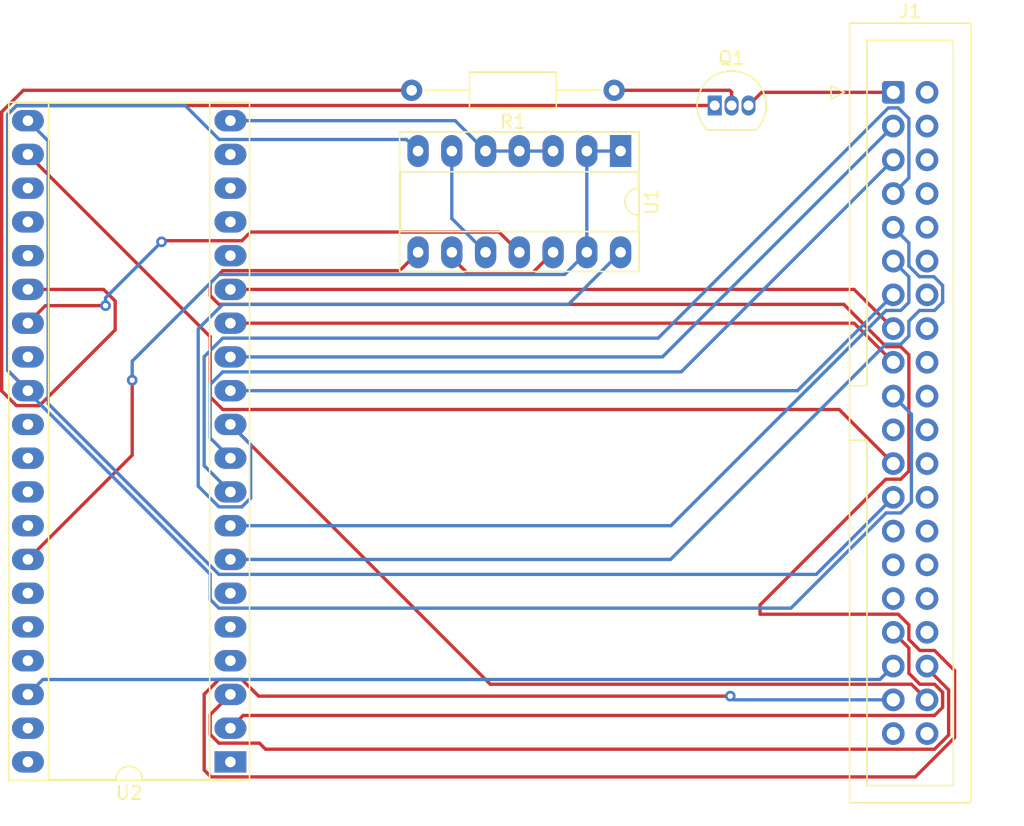
<source format=kicad_pcb>
(kicad_pcb (version 20171130) (host pcbnew 5.1.8)

  (general
    (thickness 1.6)
    (drawings 0)
    (tracks 183)
    (zones 0)
    (modules 5)
    (nets 25)
  )

  (page A4)
  (layers
    (0 F.Cu signal)
    (31 B.Cu signal)
    (32 B.Adhes user)
    (33 F.Adhes user)
    (34 B.Paste user)
    (35 F.Paste user)
    (36 B.SilkS user)
    (37 F.SilkS user)
    (38 B.Mask user)
    (39 F.Mask user)
    (40 Dwgs.User user)
    (41 Cmts.User user)
    (42 Eco1.User user)
    (43 Eco2.User user)
    (44 Edge.Cuts user)
    (45 Margin user)
    (46 B.CrtYd user)
    (47 F.CrtYd user)
    (48 B.Fab user)
    (49 F.Fab user)
  )

  (setup
    (last_trace_width 0.25)
    (trace_clearance 0.2)
    (zone_clearance 0.508)
    (zone_45_only no)
    (trace_min 0.2)
    (via_size 0.8)
    (via_drill 0.4)
    (via_min_size 0.4)
    (via_min_drill 0.3)
    (uvia_size 0.3)
    (uvia_drill 0.1)
    (uvias_allowed no)
    (uvia_min_size 0.2)
    (uvia_min_drill 0.1)
    (edge_width 0.05)
    (segment_width 0.2)
    (pcb_text_width 0.3)
    (pcb_text_size 1.5 1.5)
    (mod_edge_width 0.12)
    (mod_text_size 1 1)
    (mod_text_width 0.15)
    (pad_size 1.524 1.524)
    (pad_drill 0.762)
    (pad_to_mask_clearance 0.05)
    (aux_axis_origin 0 0)
    (visible_elements FFFFFF7F)
    (pcbplotparams
      (layerselection 0x010fc_ffffffff)
      (usegerberextensions false)
      (usegerberattributes true)
      (usegerberadvancedattributes true)
      (creategerberjobfile true)
      (excludeedgelayer true)
      (linewidth 0.100000)
      (plotframeref false)
      (viasonmask false)
      (mode 1)
      (useauxorigin false)
      (hpglpennumber 1)
      (hpglpenspeed 20)
      (hpglpendiameter 15.000000)
      (psnegative false)
      (psa4output false)
      (plotreference true)
      (plotvalue true)
      (plotinvisibletext false)
      (padsonsilk false)
      (subtractmaskfromsilk false)
      (outputformat 1)
      (mirror false)
      (drillshape 1)
      (scaleselection 1)
      (outputdirectory ""))
  )

  (net 0 "")
  (net 1 A2)
  (net 2 A1)
  (net 3 D3)
  (net 4 D4)
  (net 5 D5)
  (net 6 D6)
  (net 7 L23)
  (net 8 GND)
  (net 9 "Net-(Q1-Pad2)")
  (net 10 U16)
  (net 11 +5V)
  (net 12 "Net-(U1-Pad10)")
  (net 13 "Net-(U1-Pad12)")
  (net 14 CS0)
  (net 15 RESET)
  (net 16 A0)
  (net 17 IOR)
  (net 18 IOW)
  (net 19 D0)
  (net 20 D1)
  (net 21 D2)
  (net 22 D7)
  (net 23 L19)
  (net 24 U23)

  (net_class Default "This is the default net class."
    (clearance 0.2)
    (trace_width 0.25)
    (via_dia 0.8)
    (via_drill 0.4)
    (uvia_dia 0.3)
    (uvia_drill 0.1)
    (add_net +5V)
    (add_net A0)
    (add_net A1)
    (add_net A2)
    (add_net CS0)
    (add_net D0)
    (add_net D1)
    (add_net D2)
    (add_net D3)
    (add_net D4)
    (add_net D5)
    (add_net D6)
    (add_net D7)
    (add_net GND)
    (add_net IOR)
    (add_net IOW)
    (add_net L19)
    (add_net L23)
    (add_net "Net-(Q1-Pad2)")
    (add_net "Net-(U1-Pad10)")
    (add_net "Net-(U1-Pad12)")
    (add_net RESET)
    (add_net U16)
    (add_net U23)
  )

  (module Connector_IDC:IDC-Header_2x20_P2.54mm_Vertical (layer F.Cu) (tedit 5EAC9A07) (tstamp 5FC1578D)
    (at 143.891 61.1378)
    (descr "Through hole IDC box header, 2x20, 2.54mm pitch, DIN 41651 / IEC 60603-13, double rows, https://docs.google.com/spreadsheets/d/16SsEcesNF15N3Lb4niX7dcUr-NY5_MFPQhobNuNppn4/edit#gid=0")
    (tags "Through hole vertical IDC box header THT 2x20 2.54mm double row")
    (path /5EC0967D)
    (fp_text reference J1 (at 1.27 -6.1) (layer F.SilkS)
      (effects (font (size 1 1) (thickness 0.15)))
    )
    (fp_text value Conn_02x20_Odd_Even (at 1.27 54.36) (layer F.Fab)
      (effects (font (size 1 1) (thickness 0.15)))
    )
    (fp_line (start -3.18 -4.1) (end -2.18 -5.1) (layer F.Fab) (width 0.1))
    (fp_line (start -2.18 -5.1) (end 5.72 -5.1) (layer F.Fab) (width 0.1))
    (fp_line (start 5.72 -5.1) (end 5.72 53.36) (layer F.Fab) (width 0.1))
    (fp_line (start 5.72 53.36) (end -3.18 53.36) (layer F.Fab) (width 0.1))
    (fp_line (start -3.18 53.36) (end -3.18 -4.1) (layer F.Fab) (width 0.1))
    (fp_line (start -3.18 22.08) (end -1.98 22.08) (layer F.Fab) (width 0.1))
    (fp_line (start -1.98 22.08) (end -1.98 -3.91) (layer F.Fab) (width 0.1))
    (fp_line (start -1.98 -3.91) (end 4.52 -3.91) (layer F.Fab) (width 0.1))
    (fp_line (start 4.52 -3.91) (end 4.52 52.17) (layer F.Fab) (width 0.1))
    (fp_line (start 4.52 52.17) (end -1.98 52.17) (layer F.Fab) (width 0.1))
    (fp_line (start -1.98 52.17) (end -1.98 26.18) (layer F.Fab) (width 0.1))
    (fp_line (start -1.98 26.18) (end -1.98 26.18) (layer F.Fab) (width 0.1))
    (fp_line (start -1.98 26.18) (end -3.18 26.18) (layer F.Fab) (width 0.1))
    (fp_line (start -3.29 -5.21) (end 5.83 -5.21) (layer F.SilkS) (width 0.12))
    (fp_line (start 5.83 -5.21) (end 5.83 53.47) (layer F.SilkS) (width 0.12))
    (fp_line (start 5.83 53.47) (end -3.29 53.47) (layer F.SilkS) (width 0.12))
    (fp_line (start -3.29 53.47) (end -3.29 -5.21) (layer F.SilkS) (width 0.12))
    (fp_line (start -3.29 22.08) (end -1.98 22.08) (layer F.SilkS) (width 0.12))
    (fp_line (start -1.98 22.08) (end -1.98 -3.91) (layer F.SilkS) (width 0.12))
    (fp_line (start -1.98 -3.91) (end 4.52 -3.91) (layer F.SilkS) (width 0.12))
    (fp_line (start 4.52 -3.91) (end 4.52 52.17) (layer F.SilkS) (width 0.12))
    (fp_line (start 4.52 52.17) (end -1.98 52.17) (layer F.SilkS) (width 0.12))
    (fp_line (start -1.98 52.17) (end -1.98 26.18) (layer F.SilkS) (width 0.12))
    (fp_line (start -1.98 26.18) (end -1.98 26.18) (layer F.SilkS) (width 0.12))
    (fp_line (start -1.98 26.18) (end -3.29 26.18) (layer F.SilkS) (width 0.12))
    (fp_line (start -3.68 0) (end -4.68 -0.5) (layer F.SilkS) (width 0.12))
    (fp_line (start -4.68 -0.5) (end -4.68 0.5) (layer F.SilkS) (width 0.12))
    (fp_line (start -4.68 0.5) (end -3.68 0) (layer F.SilkS) (width 0.12))
    (fp_line (start -3.68 -5.6) (end -3.68 53.86) (layer F.CrtYd) (width 0.05))
    (fp_line (start -3.68 53.86) (end 6.22 53.86) (layer F.CrtYd) (width 0.05))
    (fp_line (start 6.22 53.86) (end 6.22 -5.6) (layer F.CrtYd) (width 0.05))
    (fp_line (start 6.22 -5.6) (end -3.68 -5.6) (layer F.CrtYd) (width 0.05))
    (fp_text user %R (at 1.27 24.13 90) (layer F.Fab)
      (effects (font (size 1 1) (thickness 0.15)))
    )
    (pad 40 thru_hole circle (at 2.54 48.26) (size 1.7 1.7) (drill 1) (layers *.Cu *.Mask))
    (pad 38 thru_hole circle (at 2.54 45.72) (size 1.7 1.7) (drill 1) (layers *.Cu *.Mask)
      (net 11 +5V))
    (pad 36 thru_hole circle (at 2.54 43.18) (size 1.7 1.7) (drill 1) (layers *.Cu *.Mask)
      (net 1 A2))
    (pad 34 thru_hole circle (at 2.54 40.64) (size 1.7 1.7) (drill 1) (layers *.Cu *.Mask))
    (pad 32 thru_hole circle (at 2.54 38.1) (size 1.7 1.7) (drill 1) (layers *.Cu *.Mask))
    (pad 30 thru_hole circle (at 2.54 35.56) (size 1.7 1.7) (drill 1) (layers *.Cu *.Mask))
    (pad 28 thru_hole circle (at 2.54 33.02) (size 1.7 1.7) (drill 1) (layers *.Cu *.Mask))
    (pad 26 thru_hole circle (at 2.54 30.48) (size 1.7 1.7) (drill 1) (layers *.Cu *.Mask))
    (pad 24 thru_hole circle (at 2.54 27.94) (size 1.7 1.7) (drill 1) (layers *.Cu *.Mask))
    (pad 22 thru_hole circle (at 2.54 25.4) (size 1.7 1.7) (drill 1) (layers *.Cu *.Mask))
    (pad 20 thru_hole circle (at 2.54 22.86) (size 1.7 1.7) (drill 1) (layers *.Cu *.Mask))
    (pad 18 thru_hole circle (at 2.54 20.32) (size 1.7 1.7) (drill 1) (layers *.Cu *.Mask))
    (pad 16 thru_hole circle (at 2.54 17.78) (size 1.7 1.7) (drill 1) (layers *.Cu *.Mask))
    (pad 14 thru_hole circle (at 2.54 15.24) (size 1.7 1.7) (drill 1) (layers *.Cu *.Mask))
    (pad 12 thru_hole circle (at 2.54 12.7) (size 1.7 1.7) (drill 1) (layers *.Cu *.Mask))
    (pad 10 thru_hole circle (at 2.54 10.16) (size 1.7 1.7) (drill 1) (layers *.Cu *.Mask))
    (pad 8 thru_hole circle (at 2.54 7.62) (size 1.7 1.7) (drill 1) (layers *.Cu *.Mask))
    (pad 6 thru_hole circle (at 2.54 5.08) (size 1.7 1.7) (drill 1) (layers *.Cu *.Mask))
    (pad 4 thru_hole circle (at 2.54 2.54) (size 1.7 1.7) (drill 1) (layers *.Cu *.Mask))
    (pad 2 thru_hole circle (at 2.54 0) (size 1.7 1.7) (drill 1) (layers *.Cu *.Mask))
    (pad 39 thru_hole circle (at 0 48.26) (size 1.7 1.7) (drill 1) (layers *.Cu *.Mask))
    (pad 37 thru_hole circle (at 0 45.72) (size 1.7 1.7) (drill 1) (layers *.Cu *.Mask)
      (net 14 CS0))
    (pad 35 thru_hole circle (at 0 43.18) (size 1.7 1.7) (drill 1) (layers *.Cu *.Mask)
      (net 16 A0))
    (pad 33 thru_hole circle (at 0 40.64) (size 1.7 1.7) (drill 1) (layers *.Cu *.Mask)
      (net 2 A1))
    (pad 31 thru_hole circle (at 0 38.1) (size 1.7 1.7) (drill 1) (layers *.Cu *.Mask))
    (pad 29 thru_hole circle (at 0 35.56) (size 1.7 1.7) (drill 1) (layers *.Cu *.Mask))
    (pad 27 thru_hole circle (at 0 33.02) (size 1.7 1.7) (drill 1) (layers *.Cu *.Mask))
    (pad 25 thru_hole circle (at 0 30.48) (size 1.7 1.7) (drill 1) (layers *.Cu *.Mask)
      (net 17 IOR))
    (pad 23 thru_hole circle (at 0 27.94) (size 1.7 1.7) (drill 1) (layers *.Cu *.Mask)
      (net 18 IOW))
    (pad 21 thru_hole circle (at 0 25.4) (size 1.7 1.7) (drill 1) (layers *.Cu *.Mask))
    (pad 19 thru_hole circle (at 0 22.86) (size 1.7 1.7) (drill 1) (layers *.Cu *.Mask)
      (net 8 GND))
    (pad 17 thru_hole circle (at 0 20.32) (size 1.7 1.7) (drill 1) (layers *.Cu *.Mask)
      (net 19 D0))
    (pad 15 thru_hole circle (at 0 17.78) (size 1.7 1.7) (drill 1) (layers *.Cu *.Mask)
      (net 20 D1))
    (pad 13 thru_hole circle (at 0 15.24) (size 1.7 1.7) (drill 1) (layers *.Cu *.Mask)
      (net 21 D2))
    (pad 11 thru_hole circle (at 0 12.7) (size 1.7 1.7) (drill 1) (layers *.Cu *.Mask)
      (net 3 D3))
    (pad 9 thru_hole circle (at 0 10.16) (size 1.7 1.7) (drill 1) (layers *.Cu *.Mask)
      (net 4 D4))
    (pad 7 thru_hole circle (at 0 7.62) (size 1.7 1.7) (drill 1) (layers *.Cu *.Mask)
      (net 5 D5))
    (pad 5 thru_hole circle (at 0 5.08) (size 1.7 1.7) (drill 1) (layers *.Cu *.Mask)
      (net 6 D6))
    (pad 3 thru_hole circle (at 0 2.54) (size 1.7 1.7) (drill 1) (layers *.Cu *.Mask)
      (net 22 D7))
    (pad 1 thru_hole roundrect (at 0 0) (size 1.7 1.7) (drill 1) (layers *.Cu *.Mask) (roundrect_rratio 0.147059)
      (net 15 RESET))
    (model ${KISYS3DMOD}/Connector_IDC.3dshapes/IDC-Header_2x20_P2.54mm_Vertical.wrl
      (at (xyz 0 0 0))
      (scale (xyz 1 1 1))
      (rotate (xyz 0 0 0))
    )
  )

  (module Package_DIP:DIP-40_W15.24mm_Socket_LongPads (layer F.Cu) (tedit 5A02E8C5) (tstamp 5FC15824)
    (at 94.0054 111.5314 180)
    (descr "40-lead though-hole mounted DIP package, row spacing 15.24 mm (600 mils), Socket, LongPads")
    (tags "THT DIP DIL PDIP 2.54mm 15.24mm 600mil Socket LongPads")
    (path /5FC0E774)
    (fp_text reference U2 (at 7.62 -2.33) (layer F.SilkS)
      (effects (font (size 1 1) (thickness 0.15)))
    )
    (fp_text value Z80CPU (at 7.62 50.59) (layer F.Fab)
      (effects (font (size 1 1) (thickness 0.15)))
    )
    (fp_line (start 1.255 -1.27) (end 14.985 -1.27) (layer F.Fab) (width 0.1))
    (fp_line (start 14.985 -1.27) (end 14.985 49.53) (layer F.Fab) (width 0.1))
    (fp_line (start 14.985 49.53) (end 0.255 49.53) (layer F.Fab) (width 0.1))
    (fp_line (start 0.255 49.53) (end 0.255 -0.27) (layer F.Fab) (width 0.1))
    (fp_line (start 0.255 -0.27) (end 1.255 -1.27) (layer F.Fab) (width 0.1))
    (fp_line (start -1.27 -1.33) (end -1.27 49.59) (layer F.Fab) (width 0.1))
    (fp_line (start -1.27 49.59) (end 16.51 49.59) (layer F.Fab) (width 0.1))
    (fp_line (start 16.51 49.59) (end 16.51 -1.33) (layer F.Fab) (width 0.1))
    (fp_line (start 16.51 -1.33) (end -1.27 -1.33) (layer F.Fab) (width 0.1))
    (fp_line (start 6.62 -1.33) (end 1.56 -1.33) (layer F.SilkS) (width 0.12))
    (fp_line (start 1.56 -1.33) (end 1.56 49.59) (layer F.SilkS) (width 0.12))
    (fp_line (start 1.56 49.59) (end 13.68 49.59) (layer F.SilkS) (width 0.12))
    (fp_line (start 13.68 49.59) (end 13.68 -1.33) (layer F.SilkS) (width 0.12))
    (fp_line (start 13.68 -1.33) (end 8.62 -1.33) (layer F.SilkS) (width 0.12))
    (fp_line (start -1.44 -1.39) (end -1.44 49.65) (layer F.SilkS) (width 0.12))
    (fp_line (start -1.44 49.65) (end 16.68 49.65) (layer F.SilkS) (width 0.12))
    (fp_line (start 16.68 49.65) (end 16.68 -1.39) (layer F.SilkS) (width 0.12))
    (fp_line (start 16.68 -1.39) (end -1.44 -1.39) (layer F.SilkS) (width 0.12))
    (fp_line (start -1.55 -1.6) (end -1.55 49.85) (layer F.CrtYd) (width 0.05))
    (fp_line (start -1.55 49.85) (end 16.8 49.85) (layer F.CrtYd) (width 0.05))
    (fp_line (start 16.8 49.85) (end 16.8 -1.6) (layer F.CrtYd) (width 0.05))
    (fp_line (start 16.8 -1.6) (end -1.55 -1.6) (layer F.CrtYd) (width 0.05))
    (fp_text user %R (at 7.62 24.13) (layer F.Fab)
      (effects (font (size 1 1) (thickness 0.15)))
    )
    (fp_arc (start 7.62 -1.33) (end 6.62 -1.33) (angle -180) (layer F.SilkS) (width 0.12))
    (pad 40 thru_hole oval (at 15.24 0 180) (size 2.4 1.6) (drill 0.8) (layers *.Cu *.Mask))
    (pad 20 thru_hole oval (at 0 48.26 180) (size 2.4 1.6) (drill 0.8) (layers *.Cu *.Mask)
      (net 10 U16))
    (pad 39 thru_hole oval (at 15.24 2.54 180) (size 2.4 1.6) (drill 0.8) (layers *.Cu *.Mask))
    (pad 19 thru_hole oval (at 0 45.72 180) (size 2.4 1.6) (drill 0.8) (layers *.Cu *.Mask))
    (pad 38 thru_hole oval (at 15.24 5.08 180) (size 2.4 1.6) (drill 0.8) (layers *.Cu *.Mask)
      (net 16 A0))
    (pad 18 thru_hole oval (at 0 43.18 180) (size 2.4 1.6) (drill 0.8) (layers *.Cu *.Mask))
    (pad 37 thru_hole oval (at 15.24 7.62 180) (size 2.4 1.6) (drill 0.8) (layers *.Cu *.Mask))
    (pad 17 thru_hole oval (at 0 40.64 180) (size 2.4 1.6) (drill 0.8) (layers *.Cu *.Mask))
    (pad 36 thru_hole oval (at 15.24 10.16 180) (size 2.4 1.6) (drill 0.8) (layers *.Cu *.Mask))
    (pad 16 thru_hole oval (at 0 38.1 180) (size 2.4 1.6) (drill 0.8) (layers *.Cu *.Mask))
    (pad 35 thru_hole oval (at 15.24 12.7 180) (size 2.4 1.6) (drill 0.8) (layers *.Cu *.Mask))
    (pad 15 thru_hole oval (at 0 35.56 180) (size 2.4 1.6) (drill 0.8) (layers *.Cu *.Mask)
      (net 20 D1))
    (pad 34 thru_hole oval (at 15.24 15.24 180) (size 2.4 1.6) (drill 0.8) (layers *.Cu *.Mask)
      (net 7 L23))
    (pad 14 thru_hole oval (at 0 33.02 180) (size 2.4 1.6) (drill 0.8) (layers *.Cu *.Mask)
      (net 19 D0))
    (pad 33 thru_hole oval (at 15.24 17.78 180) (size 2.4 1.6) (drill 0.8) (layers *.Cu *.Mask))
    (pad 13 thru_hole oval (at 0 30.48 180) (size 2.4 1.6) (drill 0.8) (layers *.Cu *.Mask)
      (net 22 D7))
    (pad 32 thru_hole oval (at 15.24 20.32 180) (size 2.4 1.6) (drill 0.8) (layers *.Cu *.Mask))
    (pad 12 thru_hole oval (at 0 27.94 180) (size 2.4 1.6) (drill 0.8) (layers *.Cu *.Mask)
      (net 21 D2))
    (pad 31 thru_hole oval (at 15.24 22.86 180) (size 2.4 1.6) (drill 0.8) (layers *.Cu *.Mask))
    (pad 11 thru_hole oval (at 0 25.4 180) (size 2.4 1.6) (drill 0.8) (layers *.Cu *.Mask)
      (net 11 +5V))
    (pad 30 thru_hole oval (at 15.24 25.4 180) (size 2.4 1.6) (drill 0.8) (layers *.Cu *.Mask))
    (pad 10 thru_hole oval (at 0 22.86 180) (size 2.4 1.6) (drill 0.8) (layers *.Cu *.Mask)
      (net 6 D6))
    (pad 29 thru_hole oval (at 15.24 27.94 180) (size 2.4 1.6) (drill 0.8) (layers *.Cu *.Mask)
      (net 8 GND))
    (pad 9 thru_hole oval (at 0 20.32 180) (size 2.4 1.6) (drill 0.8) (layers *.Cu *.Mask)
      (net 5 D5))
    (pad 28 thru_hole oval (at 15.24 30.48 180) (size 2.4 1.6) (drill 0.8) (layers *.Cu *.Mask))
    (pad 8 thru_hole oval (at 0 17.78 180) (size 2.4 1.6) (drill 0.8) (layers *.Cu *.Mask)
      (net 3 D3))
    (pad 27 thru_hole oval (at 15.24 33.02 180) (size 2.4 1.6) (drill 0.8) (layers *.Cu *.Mask)
      (net 24 U23))
    (pad 7 thru_hole oval (at 0 15.24 180) (size 2.4 1.6) (drill 0.8) (layers *.Cu *.Mask)
      (net 4 D4))
    (pad 26 thru_hole oval (at 15.24 35.56 180) (size 2.4 1.6) (drill 0.8) (layers *.Cu *.Mask)
      (net 23 L19))
    (pad 6 thru_hole oval (at 0 12.7 180) (size 2.4 1.6) (drill 0.8) (layers *.Cu *.Mask))
    (pad 25 thru_hole oval (at 15.24 38.1 180) (size 2.4 1.6) (drill 0.8) (layers *.Cu *.Mask))
    (pad 5 thru_hole oval (at 0 10.16 180) (size 2.4 1.6) (drill 0.8) (layers *.Cu *.Mask))
    (pad 24 thru_hole oval (at 15.24 40.64 180) (size 2.4 1.6) (drill 0.8) (layers *.Cu *.Mask))
    (pad 4 thru_hole oval (at 0 7.62 180) (size 2.4 1.6) (drill 0.8) (layers *.Cu *.Mask))
    (pad 23 thru_hole oval (at 15.24 43.18 180) (size 2.4 1.6) (drill 0.8) (layers *.Cu *.Mask))
    (pad 3 thru_hole oval (at 0 5.08 180) (size 2.4 1.6) (drill 0.8) (layers *.Cu *.Mask)
      (net 1 A2))
    (pad 22 thru_hole oval (at 15.24 45.72 180) (size 2.4 1.6) (drill 0.8) (layers *.Cu *.Mask)
      (net 18 IOW))
    (pad 2 thru_hole oval (at 0 2.54 180) (size 2.4 1.6) (drill 0.8) (layers *.Cu *.Mask)
      (net 2 A1))
    (pad 21 thru_hole oval (at 15.24 48.26 180) (size 2.4 1.6) (drill 0.8) (layers *.Cu *.Mask)
      (net 17 IOR))
    (pad 1 thru_hole rect (at 0 0 180) (size 2.4 1.6) (drill 0.8) (layers *.Cu *.Mask))
    (model ${KISYS3DMOD}/Package_DIP.3dshapes/DIP-40_W15.24mm_Socket.wrl
      (at (xyz 0 0 0))
      (scale (xyz 1 1 1))
      (rotate (xyz 0 0 0))
    )
  )

  (module Package_DIP:DIP-14_W7.62mm_Socket_LongPads (layer F.Cu) (tedit 5A02E8C5) (tstamp 5FC0DD93)
    (at 123.3678 65.5574 270)
    (descr "14-lead though-hole mounted DIP package, row spacing 7.62 mm (300 mils), Socket, LongPads")
    (tags "THT DIP DIL PDIP 2.54mm 7.62mm 300mil Socket LongPads")
    (path /5EC48BF4)
    (fp_text reference U1 (at 3.81 -2.33 90) (layer F.SilkS)
      (effects (font (size 1 1) (thickness 0.15)))
    )
    (fp_text value 74LS10 (at 3.81 17.57 90) (layer F.Fab)
      (effects (font (size 1 1) (thickness 0.15)))
    )
    (fp_line (start 1.635 -1.27) (end 6.985 -1.27) (layer F.Fab) (width 0.1))
    (fp_line (start 6.985 -1.27) (end 6.985 16.51) (layer F.Fab) (width 0.1))
    (fp_line (start 6.985 16.51) (end 0.635 16.51) (layer F.Fab) (width 0.1))
    (fp_line (start 0.635 16.51) (end 0.635 -0.27) (layer F.Fab) (width 0.1))
    (fp_line (start 0.635 -0.27) (end 1.635 -1.27) (layer F.Fab) (width 0.1))
    (fp_line (start -1.27 -1.33) (end -1.27 16.57) (layer F.Fab) (width 0.1))
    (fp_line (start -1.27 16.57) (end 8.89 16.57) (layer F.Fab) (width 0.1))
    (fp_line (start 8.89 16.57) (end 8.89 -1.33) (layer F.Fab) (width 0.1))
    (fp_line (start 8.89 -1.33) (end -1.27 -1.33) (layer F.Fab) (width 0.1))
    (fp_line (start 2.81 -1.33) (end 1.56 -1.33) (layer F.SilkS) (width 0.12))
    (fp_line (start 1.56 -1.33) (end 1.56 16.57) (layer F.SilkS) (width 0.12))
    (fp_line (start 1.56 16.57) (end 6.06 16.57) (layer F.SilkS) (width 0.12))
    (fp_line (start 6.06 16.57) (end 6.06 -1.33) (layer F.SilkS) (width 0.12))
    (fp_line (start 6.06 -1.33) (end 4.81 -1.33) (layer F.SilkS) (width 0.12))
    (fp_line (start -1.44 -1.39) (end -1.44 16.63) (layer F.SilkS) (width 0.12))
    (fp_line (start -1.44 16.63) (end 9.06 16.63) (layer F.SilkS) (width 0.12))
    (fp_line (start 9.06 16.63) (end 9.06 -1.39) (layer F.SilkS) (width 0.12))
    (fp_line (start 9.06 -1.39) (end -1.44 -1.39) (layer F.SilkS) (width 0.12))
    (fp_line (start -1.55 -1.6) (end -1.55 16.85) (layer F.CrtYd) (width 0.05))
    (fp_line (start -1.55 16.85) (end 9.15 16.85) (layer F.CrtYd) (width 0.05))
    (fp_line (start 9.15 16.85) (end 9.15 -1.6) (layer F.CrtYd) (width 0.05))
    (fp_line (start 9.15 -1.6) (end -1.55 -1.6) (layer F.CrtYd) (width 0.05))
    (fp_text user %R (at 3.81 7.62 90) (layer F.Fab)
      (effects (font (size 1 1) (thickness 0.15)))
    )
    (fp_arc (start 3.81 -1.33) (end 2.81 -1.33) (angle -180) (layer F.SilkS) (width 0.12))
    (pad 14 thru_hole oval (at 7.62 0 270) (size 2.4 1.6) (drill 0.8) (layers *.Cu *.Mask)
      (net 11 +5V))
    (pad 7 thru_hole oval (at 0 15.24 270) (size 2.4 1.6) (drill 0.8) (layers *.Cu *.Mask)
      (net 8 GND))
    (pad 13 thru_hole oval (at 7.62 2.54 270) (size 2.4 1.6) (drill 0.8) (layers *.Cu *.Mask)
      (net 7 L23))
    (pad 6 thru_hole oval (at 0 12.7 270) (size 2.4 1.6) (drill 0.8) (layers *.Cu *.Mask)
      (net 12 "Net-(U1-Pad10)"))
    (pad 12 thru_hole oval (at 7.62 5.08 270) (size 2.4 1.6) (drill 0.8) (layers *.Cu *.Mask)
      (net 13 "Net-(U1-Pad12)"))
    (pad 5 thru_hole oval (at 0 10.16 270) (size 2.4 1.6) (drill 0.8) (layers *.Cu *.Mask)
      (net 10 U16))
    (pad 11 thru_hole oval (at 7.62 7.62 270) (size 2.4 1.6) (drill 0.8) (layers *.Cu *.Mask)
      (net 24 U23))
    (pad 4 thru_hole oval (at 0 7.62 270) (size 2.4 1.6) (drill 0.8) (layers *.Cu *.Mask)
      (net 10 U16))
    (pad 10 thru_hole oval (at 7.62 10.16 270) (size 2.4 1.6) (drill 0.8) (layers *.Cu *.Mask)
      (net 12 "Net-(U1-Pad10)"))
    (pad 3 thru_hole oval (at 0 5.08 270) (size 2.4 1.6) (drill 0.8) (layers *.Cu *.Mask)
      (net 10 U16))
    (pad 9 thru_hole oval (at 7.62 12.7 270) (size 2.4 1.6) (drill 0.8) (layers *.Cu *.Mask)
      (net 13 "Net-(U1-Pad12)"))
    (pad 2 thru_hole oval (at 0 2.54 270) (size 2.4 1.6) (drill 0.8) (layers *.Cu *.Mask)
      (net 7 L23))
    (pad 8 thru_hole oval (at 7.62 15.24 270) (size 2.4 1.6) (drill 0.8) (layers *.Cu *.Mask)
      (net 14 CS0))
    (pad 1 thru_hole rect (at 0 0 270) (size 2.4 1.6) (drill 0.8) (layers *.Cu *.Mask)
      (net 7 L23))
    (model ${KISYS3DMOD}/Package_DIP.3dshapes/DIP-14_W7.62mm_Socket.wrl
      (at (xyz 0 0 0))
      (scale (xyz 1 1 1))
      (rotate (xyz 0 0 0))
    )
  )

  (module Resistor_THT:R_Axial_DIN0207_L6.3mm_D2.5mm_P15.24mm_Horizontal (layer F.Cu) (tedit 5AE5139B) (tstamp 5FC157B6)
    (at 122.8852 60.9854 180)
    (descr "Resistor, Axial_DIN0207 series, Axial, Horizontal, pin pitch=15.24mm, 0.25W = 1/4W, length*diameter=6.3*2.5mm^2, http://cdn-reichelt.de/documents/datenblatt/B400/1_4W%23YAG.pdf")
    (tags "Resistor Axial_DIN0207 series Axial Horizontal pin pitch 15.24mm 0.25W = 1/4W length 6.3mm diameter 2.5mm")
    (path /5EC459FC)
    (fp_text reference R1 (at 7.62 -2.37) (layer F.SilkS)
      (effects (font (size 1 1) (thickness 0.15)))
    )
    (fp_text value 100K (at 7.62 2.37) (layer F.Fab)
      (effects (font (size 1 1) (thickness 0.15)))
    )
    (fp_line (start 4.47 -1.25) (end 4.47 1.25) (layer F.Fab) (width 0.1))
    (fp_line (start 4.47 1.25) (end 10.77 1.25) (layer F.Fab) (width 0.1))
    (fp_line (start 10.77 1.25) (end 10.77 -1.25) (layer F.Fab) (width 0.1))
    (fp_line (start 10.77 -1.25) (end 4.47 -1.25) (layer F.Fab) (width 0.1))
    (fp_line (start 0 0) (end 4.47 0) (layer F.Fab) (width 0.1))
    (fp_line (start 15.24 0) (end 10.77 0) (layer F.Fab) (width 0.1))
    (fp_line (start 4.35 -1.37) (end 4.35 1.37) (layer F.SilkS) (width 0.12))
    (fp_line (start 4.35 1.37) (end 10.89 1.37) (layer F.SilkS) (width 0.12))
    (fp_line (start 10.89 1.37) (end 10.89 -1.37) (layer F.SilkS) (width 0.12))
    (fp_line (start 10.89 -1.37) (end 4.35 -1.37) (layer F.SilkS) (width 0.12))
    (fp_line (start 1.04 0) (end 4.35 0) (layer F.SilkS) (width 0.12))
    (fp_line (start 14.2 0) (end 10.89 0) (layer F.SilkS) (width 0.12))
    (fp_line (start -1.05 -1.5) (end -1.05 1.5) (layer F.CrtYd) (width 0.05))
    (fp_line (start -1.05 1.5) (end 16.29 1.5) (layer F.CrtYd) (width 0.05))
    (fp_line (start 16.29 1.5) (end 16.29 -1.5) (layer F.CrtYd) (width 0.05))
    (fp_line (start 16.29 -1.5) (end -1.05 -1.5) (layer F.CrtYd) (width 0.05))
    (fp_text user %R (at 7.62 0) (layer F.Fab)
      (effects (font (size 1 1) (thickness 0.15)))
    )
    (pad 2 thru_hole oval (at 15.24 0 180) (size 1.6 1.6) (drill 0.8) (layers *.Cu *.Mask)
      (net 23 L19))
    (pad 1 thru_hole circle (at 0 0 180) (size 1.6 1.6) (drill 0.8) (layers *.Cu *.Mask)
      (net 9 "Net-(Q1-Pad2)"))
    (model ${KISYS3DMOD}/Resistor_THT.3dshapes/R_Axial_DIN0207_L6.3mm_D2.5mm_P15.24mm_Horizontal.wrl
      (at (xyz 0 0 0))
      (scale (xyz 1 1 1))
      (rotate (xyz 0 0 0))
    )
  )

  (module Package_TO_SOT_THT:TO-92_Inline (layer F.Cu) (tedit 5A1DD157) (tstamp 5FC1579F)
    (at 130.4544 62.1284)
    (descr "TO-92 leads in-line, narrow, oval pads, drill 0.75mm (see NXP sot054_po.pdf)")
    (tags "to-92 sc-43 sc-43a sot54 PA33 transistor")
    (path /5EC46FEC)
    (fp_text reference Q1 (at 1.27 -3.56) (layer F.SilkS)
      (effects (font (size 1 1) (thickness 0.15)))
    )
    (fp_text value BC327 (at 1.27 2.79) (layer F.Fab)
      (effects (font (size 1 1) (thickness 0.15)))
    )
    (fp_line (start -0.53 1.85) (end 3.07 1.85) (layer F.SilkS) (width 0.12))
    (fp_line (start -0.5 1.75) (end 3 1.75) (layer F.Fab) (width 0.1))
    (fp_line (start -1.46 -2.73) (end 4 -2.73) (layer F.CrtYd) (width 0.05))
    (fp_line (start -1.46 -2.73) (end -1.46 2.01) (layer F.CrtYd) (width 0.05))
    (fp_line (start 4 2.01) (end 4 -2.73) (layer F.CrtYd) (width 0.05))
    (fp_line (start 4 2.01) (end -1.46 2.01) (layer F.CrtYd) (width 0.05))
    (fp_arc (start 1.27 0) (end 1.27 -2.6) (angle 135) (layer F.SilkS) (width 0.12))
    (fp_arc (start 1.27 0) (end 1.27 -2.48) (angle -135) (layer F.Fab) (width 0.1))
    (fp_arc (start 1.27 0) (end 1.27 -2.6) (angle -135) (layer F.SilkS) (width 0.12))
    (fp_arc (start 1.27 0) (end 1.27 -2.48) (angle 135) (layer F.Fab) (width 0.1))
    (fp_text user %R (at 1.27 0) (layer F.Fab)
      (effects (font (size 1 1) (thickness 0.15)))
    )
    (pad 1 thru_hole rect (at 0 0) (size 1.05 1.5) (drill 0.75) (layers *.Cu *.Mask)
      (net 8 GND))
    (pad 3 thru_hole oval (at 2.54 0) (size 1.05 1.5) (drill 0.75) (layers *.Cu *.Mask)
      (net 15 RESET))
    (pad 2 thru_hole oval (at 1.27 0) (size 1.05 1.5) (drill 0.75) (layers *.Cu *.Mask)
      (net 9 "Net-(Q1-Pad2)"))
    (model ${KISYS3DMOD}/Package_TO_SOT_THT.3dshapes/TO-92_Inline.wrl
      (at (xyz 0 0 0))
      (scale (xyz 1 1 1))
      (rotate (xyz 0 0 0))
    )
  )

  (segment (start 93.139406 110.11641) (end 92.48039 109.457394) (width 0.25) (layer F.Cu) (net 1))
  (segment (start 96.189426 110.11641) (end 93.139406 110.11641) (width 0.25) (layer F.Cu) (net 1))
  (segment (start 96.645817 110.572801) (end 96.189426 110.11641) (width 0.25) (layer F.Cu) (net 1))
  (segment (start 92.48039 107.97641) (end 94.0054 106.4514) (width 0.25) (layer F.Cu) (net 1))
  (segment (start 146.995001 110.572801) (end 96.645817 110.572801) (width 0.25) (layer F.Cu) (net 1))
  (segment (start 92.48039 109.457394) (end 92.48039 107.97641) (width 0.25) (layer F.Cu) (net 1))
  (segment (start 148.05601 109.511792) (end 146.995001 110.572801) (width 0.25) (layer F.Cu) (net 1))
  (segment (start 148.05601 106.107398) (end 148.05601 109.511792) (width 0.25) (layer F.Cu) (net 1))
  (segment (start 146.431 104.482388) (end 148.05601 106.107398) (width 0.25) (layer F.Cu) (net 1))
  (segment (start 146.431 104.3178) (end 146.431 104.482388) (width 0.25) (layer F.Cu) (net 1))
  (segment (start 145.066001 102.952801) (end 143.891 101.7778) (width 0.25) (layer F.Cu) (net 2))
  (segment (start 145.066001 104.856391) (end 145.066001 102.952801) (width 0.25) (layer F.Cu) (net 2))
  (segment (start 146.995001 105.682799) (end 145.892409 105.682799) (width 0.25) (layer F.Cu) (net 2))
  (segment (start 147.606001 106.293799) (end 146.995001 105.682799) (width 0.25) (layer F.Cu) (net 2))
  (segment (start 147.606001 107.421801) (end 147.606001 106.293799) (width 0.25) (layer F.Cu) (net 2))
  (segment (start 146.995001 108.032801) (end 147.606001 107.421801) (width 0.25) (layer F.Cu) (net 2))
  (segment (start 94.963999 108.032801) (end 146.995001 108.032801) (width 0.25) (layer F.Cu) (net 2))
  (segment (start 145.892409 105.682799) (end 145.066001 104.856391) (width 0.25) (layer F.Cu) (net 2))
  (segment (start 94.0054 108.9914) (end 94.963999 108.032801) (width 0.25) (layer F.Cu) (net 2))
  (segment (start 145.066001 75.012801) (end 143.891 73.8378) (width 0.25) (layer B.Cu) (net 3))
  (segment (start 145.066001 76.941801) (end 145.066001 75.012801) (width 0.25) (layer B.Cu) (net 3))
  (segment (start 144.455001 77.552801) (end 145.066001 76.941801) (width 0.25) (layer B.Cu) (net 3))
  (segment (start 143.352409 77.552801) (end 144.455001 77.552801) (width 0.25) (layer B.Cu) (net 3))
  (segment (start 127.15381 93.7514) (end 143.352409 77.552801) (width 0.25) (layer B.Cu) (net 3))
  (segment (start 94.0054 93.7514) (end 127.15381 93.7514) (width 0.25) (layer B.Cu) (net 3))
  (segment (start 145.066001 74.211803) (end 145.066001 72.472801) (width 0.25) (layer B.Cu) (net 4))
  (segment (start 145.866999 75.012801) (end 145.066001 74.211803) (width 0.25) (layer B.Cu) (net 4))
  (segment (start 147.606001 75.673201) (end 146.945601 75.012801) (width 0.25) (layer B.Cu) (net 4))
  (segment (start 146.995001 77.552801) (end 147.606001 76.941801) (width 0.25) (layer B.Cu) (net 4))
  (segment (start 146.945601 75.012801) (end 145.866999 75.012801) (width 0.25) (layer B.Cu) (net 4))
  (segment (start 147.606001 76.941801) (end 147.606001 75.673201) (width 0.25) (layer B.Cu) (net 4))
  (segment (start 145.866999 77.552801) (end 146.995001 77.552801) (width 0.25) (layer B.Cu) (net 4))
  (segment (start 145.066001 78.353799) (end 145.866999 77.552801) (width 0.25) (layer B.Cu) (net 4))
  (segment (start 145.066001 79.481801) (end 145.066001 78.353799) (width 0.25) (layer B.Cu) (net 4))
  (segment (start 145.066001 72.472801) (end 143.891 71.2978) (width 0.25) (layer B.Cu) (net 4))
  (segment (start 144.455001 80.092801) (end 145.066001 79.481801) (width 0.25) (layer B.Cu) (net 4))
  (segment (start 143.326999 80.092801) (end 144.455001 80.092801) (width 0.25) (layer B.Cu) (net 4))
  (segment (start 127.1284 96.2914) (end 143.326999 80.092801) (width 0.25) (layer B.Cu) (net 4))
  (segment (start 94.0054 96.2914) (end 127.1284 96.2914) (width 0.25) (layer B.Cu) (net 4))
  (segment (start 145.066001 63.113799) (end 145.066001 67.582799) (width 0.25) (layer B.Cu) (net 5))
  (segment (start 145.066001 67.582799) (end 143.891 68.7578) (width 0.25) (layer B.Cu) (net 5))
  (segment (start 144.265012 62.31281) (end 145.066001 63.113799) (width 0.25) (layer B.Cu) (net 5))
  (segment (start 143.516988 62.31281) (end 144.265012 62.31281) (width 0.25) (layer B.Cu) (net 5))
  (segment (start 126.193388 79.63641) (end 143.516988 62.31281) (width 0.25) (layer B.Cu) (net 5))
  (segment (start 93.429386 79.63641) (end 126.193388 79.63641) (width 0.25) (layer B.Cu) (net 5))
  (segment (start 92.030381 81.035415) (end 93.429386 79.63641) (width 0.25) (layer B.Cu) (net 5))
  (segment (start 92.030381 89.236381) (end 92.030381 81.035415) (width 0.25) (layer B.Cu) (net 5))
  (segment (start 94.0054 91.2114) (end 92.030381 89.236381) (width 0.25) (layer B.Cu) (net 5))
  (segment (start 127.93239 82.17641) (end 143.891 66.2178) (width 0.25) (layer B.Cu) (net 6))
  (segment (start 93.429386 82.17641) (end 127.93239 82.17641) (width 0.25) (layer B.Cu) (net 6))
  (segment (start 92.48039 83.125406) (end 93.429386 82.17641) (width 0.25) (layer B.Cu) (net 6))
  (segment (start 92.48039 87.14639) (end 92.48039 83.125406) (width 0.25) (layer B.Cu) (net 6))
  (segment (start 94.0054 88.6714) (end 92.48039 87.14639) (width 0.25) (layer B.Cu) (net 6))
  (segment (start 120.8278 65.5574) (end 123.3678 65.5574) (width 0.25) (layer B.Cu) (net 7))
  (segment (start 120.8278 65.5574) (end 120.8278 73.1774) (width 0.25) (layer B.Cu) (net 7))
  (via (at 86.614 82.804) (size 0.8) (drill 0.4) (layers F.Cu B.Cu) (net 7))
  (segment (start 86.614 81.371796) (end 86.614 82.804) (width 0.25) (layer B.Cu) (net 7))
  (segment (start 93.139406 74.84639) (end 86.614 81.371796) (width 0.25) (layer B.Cu) (net 7))
  (segment (start 119.15881 74.84639) (end 93.139406 74.84639) (width 0.25) (layer B.Cu) (net 7))
  (segment (start 120.8278 73.1774) (end 119.15881 74.84639) (width 0.25) (layer B.Cu) (net 7))
  (segment (start 86.614 88.4428) (end 78.7654 96.2914) (width 0.25) (layer F.Cu) (net 7))
  (segment (start 86.614 82.804) (end 86.614 88.4428) (width 0.25) (layer F.Cu) (net 7))
  (segment (start 145.255999 91.991803) (end 145.255999 85.362799) (width 0.25) (layer B.Cu) (net 8))
  (segment (start 144.455001 92.792801) (end 145.255999 91.991803) (width 0.25) (layer B.Cu) (net 8))
  (segment (start 143.352409 92.792801) (end 144.455001 92.792801) (width 0.25) (layer B.Cu) (net 8))
  (segment (start 145.255999 85.362799) (end 143.891 83.9978) (width 0.25) (layer B.Cu) (net 8))
  (segment (start 136.1888 99.95641) (end 143.352409 92.792801) (width 0.25) (layer B.Cu) (net 8))
  (segment (start 93.139406 99.95641) (end 136.1888 99.95641) (width 0.25) (layer B.Cu) (net 8))
  (segment (start 92.48039 99.297394) (end 93.139406 99.95641) (width 0.25) (layer B.Cu) (net 8))
  (segment (start 92.48039 97.393804) (end 92.48039 99.297394) (width 0.25) (layer B.Cu) (net 8))
  (segment (start 78.7654 83.678814) (end 92.48039 97.393804) (width 0.25) (layer B.Cu) (net 8))
  (segment (start 78.7654 83.5914) (end 78.7654 83.678814) (width 0.25) (layer B.Cu) (net 8))
  (segment (start 107.25679 64.68639) (end 108.1278 65.5574) (width 0.25) (layer B.Cu) (net 8))
  (segment (start 93.15979 64.68639) (end 107.25679 64.68639) (width 0.25) (layer B.Cu) (net 8))
  (segment (start 90.61979 62.14639) (end 93.15979 64.68639) (width 0.25) (layer B.Cu) (net 8))
  (segment (start 77.899406 62.14639) (end 90.61979 62.14639) (width 0.25) (layer B.Cu) (net 8))
  (segment (start 77.24039 62.805406) (end 77.899406 62.14639) (width 0.25) (layer B.Cu) (net 8))
  (segment (start 77.24039 82.06639) (end 77.24039 62.805406) (width 0.25) (layer B.Cu) (net 8))
  (segment (start 78.7654 83.5914) (end 77.24039 82.06639) (width 0.25) (layer B.Cu) (net 8))
  (segment (start 77.24039 62.805406) (end 77.24039 82.06639) (width 0.25) (layer F.Cu) (net 8))
  (segment (start 77.917396 62.1284) (end 77.24039 62.805406) (width 0.25) (layer F.Cu) (net 8))
  (segment (start 77.24039 82.06639) (end 78.7654 83.5914) (width 0.25) (layer F.Cu) (net 8))
  (segment (start 130.4544 62.1284) (end 77.917396 62.1284) (width 0.25) (layer F.Cu) (net 8))
  (segment (start 131.7244 61.1284) (end 131.7244 62.1284) (width 0.25) (layer F.Cu) (net 9))
  (segment (start 131.5814 60.9854) (end 131.7244 61.1284) (width 0.25) (layer F.Cu) (net 9))
  (segment (start 122.8852 60.9854) (end 131.5814 60.9854) (width 0.25) (layer F.Cu) (net 9))
  (segment (start 110.9218 63.2714) (end 113.2078 65.5574) (width 0.25) (layer B.Cu) (net 10))
  (segment (start 94.0054 63.2714) (end 110.9218 63.2714) (width 0.25) (layer B.Cu) (net 10))
  (segment (start 118.2878 65.5574) (end 113.2078 65.5574) (width 0.25) (layer B.Cu) (net 10))
  (segment (start 145.255999 105.682799) (end 146.431 106.8578) (width 0.25) (layer F.Cu) (net 11))
  (segment (start 113.556799 105.682799) (end 145.255999 105.682799) (width 0.25) (layer F.Cu) (net 11))
  (segment (start 94.0054 86.1314) (end 113.556799 105.682799) (width 0.25) (layer F.Cu) (net 11))
  (segment (start 119.44879 77.09641) (end 123.3678 73.1774) (width 0.25) (layer B.Cu) (net 11))
  (segment (start 91.580372 78.945424) (end 93.429386 77.09641) (width 0.25) (layer B.Cu) (net 11))
  (segment (start 91.580372 90.777376) (end 91.580372 78.945424) (width 0.25) (layer B.Cu) (net 11))
  (segment (start 93.429386 77.09641) (end 119.44879 77.09641) (width 0.25) (layer B.Cu) (net 11))
  (segment (start 93.139406 92.33641) (end 91.580372 90.777376) (width 0.25) (layer B.Cu) (net 11))
  (segment (start 94.871394 92.33641) (end 93.139406 92.33641) (width 0.25) (layer B.Cu) (net 11))
  (segment (start 95.53041 91.677394) (end 94.871394 92.33641) (width 0.25) (layer B.Cu) (net 11))
  (segment (start 95.53041 87.65641) (end 95.53041 91.677394) (width 0.25) (layer B.Cu) (net 11))
  (segment (start 94.0054 86.1314) (end 95.53041 87.65641) (width 0.25) (layer B.Cu) (net 11))
  (segment (start 110.6678 70.6374) (end 113.2078 73.1774) (width 0.25) (layer B.Cu) (net 12))
  (segment (start 110.6678 65.5574) (end 110.6678 70.6374) (width 0.25) (layer B.Cu) (net 12))
  (segment (start 111.79281 74.70241) (end 116.76279 74.70241) (width 0.25) (layer F.Cu) (net 13))
  (segment (start 116.76279 74.70241) (end 118.2878 73.1774) (width 0.25) (layer F.Cu) (net 13))
  (segment (start 110.6678 73.5774) (end 111.79281 74.70241) (width 0.25) (layer F.Cu) (net 13))
  (segment (start 110.6678 73.1774) (end 110.6678 73.5774) (width 0.25) (layer F.Cu) (net 13))
  (segment (start 143.891 106.8578) (end 133.6294 106.8578) (width 0.25) (layer B.Cu) (net 14))
  (via (at 131.6228 106.5784) (size 0.8) (drill 0.4) (layers F.Cu B.Cu) (net 14))
  (segment (start 131.9022 106.8578) (end 131.6228 106.5784) (width 0.25) (layer B.Cu) (net 14))
  (segment (start 133.6294 106.8578) (end 131.9022 106.8578) (width 0.25) (layer B.Cu) (net 14))
  (segment (start 106.74879 74.55641) (end 108.1278 73.1774) (width 0.25) (layer F.Cu) (net 14))
  (segment (start 93.429386 74.55641) (end 106.74879 74.55641) (width 0.25) (layer F.Cu) (net 14))
  (segment (start 143.352409 80.282799) (end 140.16602 77.09641) (width 0.25) (layer F.Cu) (net 14))
  (segment (start 144.455001 80.282799) (end 143.352409 80.282799) (width 0.25) (layer F.Cu) (net 14))
  (segment (start 93.139406 77.09641) (end 92.48039 76.437394) (width 0.25) (layer F.Cu) (net 14))
  (segment (start 144.455001 90.252801) (end 145.066001 89.641801) (width 0.25) (layer F.Cu) (net 14))
  (segment (start 133.864601 99.715199) (end 143.326999 90.252801) (width 0.25) (layer F.Cu) (net 14))
  (segment (start 140.16602 77.09641) (end 93.139406 77.09641) (width 0.25) (layer F.Cu) (net 14))
  (segment (start 145.066001 89.641801) (end 145.066001 80.893799) (width 0.25) (layer F.Cu) (net 14))
  (segment (start 133.864601 100.412801) (end 133.864601 99.715199) (width 0.25) (layer F.Cu) (net 14))
  (segment (start 143.326999 90.252801) (end 144.455001 90.252801) (width 0.25) (layer F.Cu) (net 14))
  (segment (start 145.066001 101.213799) (end 144.265003 100.412801) (width 0.25) (layer F.Cu) (net 14))
  (segment (start 92.48039 76.437394) (end 92.48039 75.505406) (width 0.25) (layer F.Cu) (net 14))
  (segment (start 144.265003 100.412801) (end 133.864601 100.412801) (width 0.25) (layer F.Cu) (net 14))
  (segment (start 145.066001 102.316391) (end 145.066001 101.213799) (width 0.25) (layer F.Cu) (net 14))
  (segment (start 145.892409 103.142799) (end 145.066001 102.316391) (width 0.25) (layer F.Cu) (net 14))
  (segment (start 92.48039 75.505406) (end 93.429386 74.55641) (width 0.25) (layer F.Cu) (net 14))
  (segment (start 148.50602 104.653818) (end 146.995001 103.142799) (width 0.25) (layer F.Cu) (net 14))
  (segment (start 146.995001 103.142799) (end 145.892409 103.142799) (width 0.25) (layer F.Cu) (net 14))
  (segment (start 148.50602 109.698192) (end 148.50602 104.653818) (width 0.25) (layer F.Cu) (net 14))
  (segment (start 145.066001 80.893799) (end 144.455001 80.282799) (width 0.25) (layer F.Cu) (net 14))
  (segment (start 92.545399 112.656401) (end 145.547811 112.656401) (width 0.25) (layer F.Cu) (net 14))
  (segment (start 145.547811 112.656401) (end 148.50602 109.698192) (width 0.25) (layer F.Cu) (net 14))
  (segment (start 92.03038 112.141382) (end 92.545399 112.656401) (width 0.25) (layer F.Cu) (net 14))
  (segment (start 92.03038 106.435416) (end 92.03038 112.141382) (width 0.25) (layer F.Cu) (net 14))
  (segment (start 93.139406 105.32639) (end 92.03038 106.435416) (width 0.25) (layer F.Cu) (net 14))
  (segment (start 94.871394 105.32639) (end 93.139406 105.32639) (width 0.25) (layer F.Cu) (net 14))
  (segment (start 96.123404 106.5784) (end 94.871394 105.32639) (width 0.25) (layer F.Cu) (net 14))
  (segment (start 131.6228 106.5784) (end 96.123404 106.5784) (width 0.25) (layer F.Cu) (net 14))
  (segment (start 133.985 61.1378) (end 132.9944 62.1284) (width 0.25) (layer F.Cu) (net 15))
  (segment (start 143.891 61.1378) (end 133.985 61.1378) (width 0.25) (layer F.Cu) (net 15))
  (segment (start 79.89041 105.32639) (end 78.7654 106.4514) (width 0.25) (layer B.Cu) (net 16))
  (segment (start 142.88241 105.32639) (end 79.89041 105.32639) (width 0.25) (layer B.Cu) (net 16))
  (segment (start 143.891 104.3178) (end 142.88241 105.32639) (width 0.25) (layer B.Cu) (net 16))
  (segment (start 80.29041 84.567414) (end 80.29041 64.79641) (width 0.25) (layer B.Cu) (net 17))
  (segment (start 80.29041 64.79641) (end 78.7654 63.2714) (width 0.25) (layer B.Cu) (net 17))
  (segment (start 93.139406 97.41641) (end 80.29041 84.567414) (width 0.25) (layer B.Cu) (net 17))
  (segment (start 138.09239 97.41641) (end 93.139406 97.41641) (width 0.25) (layer B.Cu) (net 17))
  (segment (start 143.891 91.6178) (end 138.09239 97.41641) (width 0.25) (layer B.Cu) (net 17))
  (segment (start 139.81959 85.00639) (end 143.891 89.0778) (width 0.25) (layer F.Cu) (net 18))
  (segment (start 93.429386 85.00639) (end 139.81959 85.00639) (width 0.25) (layer F.Cu) (net 18))
  (segment (start 92.48039 84.057394) (end 93.429386 85.00639) (width 0.25) (layer F.Cu) (net 18))
  (segment (start 92.48039 79.52639) (end 92.48039 84.057394) (width 0.25) (layer F.Cu) (net 18))
  (segment (start 78.7654 65.8114) (end 92.48039 79.52639) (width 0.25) (layer F.Cu) (net 18))
  (segment (start 140.9446 78.5114) (end 143.891 81.4578) (width 0.25) (layer F.Cu) (net 19))
  (segment (start 94.0054 78.5114) (end 140.9446 78.5114) (width 0.25) (layer F.Cu) (net 19))
  (segment (start 140.9446 75.9714) (end 143.891 78.9178) (width 0.25) (layer F.Cu) (net 20))
  (segment (start 94.0054 75.9714) (end 140.9446 75.9714) (width 0.25) (layer F.Cu) (net 20))
  (segment (start 136.6774 83.5914) (end 143.891 76.3778) (width 0.25) (layer B.Cu) (net 21))
  (segment (start 94.0054 83.5914) (end 136.6774 83.5914) (width 0.25) (layer B.Cu) (net 21))
  (segment (start 126.5174 81.0514) (end 143.891 63.6778) (width 0.25) (layer B.Cu) (net 22))
  (segment (start 94.0054 81.0514) (end 126.5174 81.0514) (width 0.25) (layer B.Cu) (net 22))
  (segment (start 79.631394 84.71641) (end 85.332401 79.015403) (width 0.25) (layer F.Cu) (net 23))
  (segment (start 84.461202 75.9714) (end 78.7654 75.9714) (width 0.25) (layer F.Cu) (net 23))
  (segment (start 85.332401 76.842599) (end 84.461202 75.9714) (width 0.25) (layer F.Cu) (net 23))
  (segment (start 77.899406 84.71641) (end 79.631394 84.71641) (width 0.25) (layer F.Cu) (net 23))
  (segment (start 85.332401 79.015403) (end 85.332401 76.842599) (width 0.25) (layer F.Cu) (net 23))
  (segment (start 76.79038 83.607384) (end 77.899406 84.71641) (width 0.25) (layer F.Cu) (net 23))
  (segment (start 76.79038 62.619006) (end 76.79038 83.607384) (width 0.25) (layer F.Cu) (net 23))
  (segment (start 78.423986 60.9854) (end 76.79038 62.619006) (width 0.25) (layer F.Cu) (net 23))
  (segment (start 107.6452 60.9854) (end 78.423986 60.9854) (width 0.25) (layer F.Cu) (net 23))
  (via (at 88.8238 72.39) (size 0.8) (drill 0.4) (layers F.Cu B.Cu) (net 24))
  (segment (start 88.90741 72.30639) (end 88.8238 72.39) (width 0.25) (layer F.Cu) (net 24))
  (segment (start 94.871394 72.30639) (end 88.90741 72.30639) (width 0.25) (layer F.Cu) (net 24))
  (segment (start 95.525394 71.65239) (end 94.871394 72.30639) (width 0.25) (layer F.Cu) (net 24))
  (segment (start 114.22279 71.65239) (end 95.525394 71.65239) (width 0.25) (layer F.Cu) (net 24))
  (segment (start 115.7478 73.1774) (end 114.22279 71.65239) (width 0.25) (layer F.Cu) (net 24))
  (via (at 84.6074 77.1906) (size 0.8) (drill 0.4) (layers F.Cu B.Cu) (net 24))
  (segment (start 84.6074 76.6064) (end 84.6074 77.1906) (width 0.25) (layer B.Cu) (net 24))
  (segment (start 88.8238 72.39) (end 84.6074 76.6064) (width 0.25) (layer B.Cu) (net 24))
  (segment (start 80.0862 77.1906) (end 78.7654 78.5114) (width 0.25) (layer F.Cu) (net 24))
  (segment (start 84.6074 77.1906) (end 80.0862 77.1906) (width 0.25) (layer F.Cu) (net 24))

)

</source>
